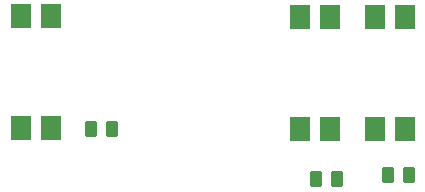
<source format=gbr>
%TF.GenerationSoftware,KiCad,Pcbnew,6.0.0-d3dd2cf0fa~116~ubuntu21.04.1*%
%TF.CreationDate,2022-01-04T14:06:44-05:00*%
%TF.ProjectId,control_pcb,636f6e74-726f-46c5-9f70-63622e6b6963,rev?*%
%TF.SameCoordinates,Original*%
%TF.FileFunction,Paste,Bot*%
%TF.FilePolarity,Positive*%
%FSLAX46Y46*%
G04 Gerber Fmt 4.6, Leading zero omitted, Abs format (unit mm)*
G04 Created by KiCad (PCBNEW 6.0.0-d3dd2cf0fa~116~ubuntu21.04.1) date 2022-01-04 14:06:44*
%MOMM*%
%LPD*%
G01*
G04 APERTURE LIST*
G04 Aperture macros list*
%AMRoundRect*
0 Rectangle with rounded corners*
0 $1 Rounding radius*
0 $2 $3 $4 $5 $6 $7 $8 $9 X,Y pos of 4 corners*
0 Add a 4 corners polygon primitive as box body*
4,1,4,$2,$3,$4,$5,$6,$7,$8,$9,$2,$3,0*
0 Add four circle primitives for the rounded corners*
1,1,$1+$1,$2,$3*
1,1,$1+$1,$4,$5*
1,1,$1+$1,$6,$7*
1,1,$1+$1,$8,$9*
0 Add four rect primitives between the rounded corners*
20,1,$1+$1,$2,$3,$4,$5,0*
20,1,$1+$1,$4,$5,$6,$7,0*
20,1,$1+$1,$6,$7,$8,$9,0*
20,1,$1+$1,$8,$9,$2,$3,0*%
G04 Aperture macros list end*
%ADD10R,1.780000X2.000000*%
%ADD11RoundRect,0.250000X-0.262500X-0.450000X0.262500X-0.450000X0.262500X0.450000X-0.262500X0.450000X0*%
G04 APERTURE END LIST*
D10*
%TO.C,U3*%
X128270000Y-116901000D03*
X130810000Y-126431000D03*
X130810000Y-116901000D03*
X128270000Y-126431000D03*
%TD*%
%TO.C,U2*%
X160782000Y-126492000D03*
X158242000Y-116962000D03*
X158242000Y-126492000D03*
X160782000Y-116962000D03*
%TD*%
%TO.C,U1*%
X154432000Y-126492000D03*
X151892000Y-116962000D03*
X151892000Y-126492000D03*
X154432000Y-116962000D03*
%TD*%
D11*
%TO.C,R3*%
X134215500Y-126492000D03*
X136040500Y-126492000D03*
%TD*%
%TO.C,R2*%
X159361500Y-130363000D03*
X161186500Y-130363000D03*
%TD*%
%TO.C,R1*%
X153265500Y-130720500D03*
X155090500Y-130720500D03*
%TD*%
M02*

</source>
